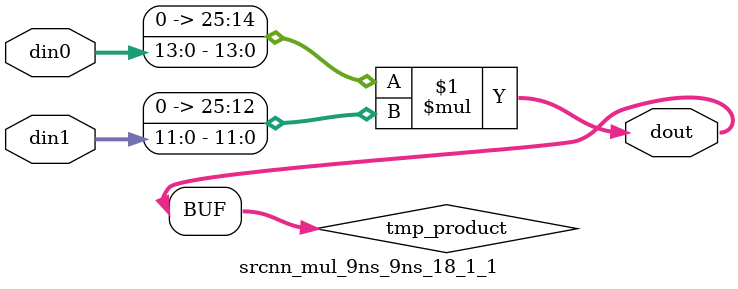
<source format=v>

`timescale 1 ns / 1 ps

  module srcnn_mul_9ns_9ns_18_1_1(din0, din1, dout);
parameter ID = 1;
parameter NUM_STAGE = 0;
parameter din0_WIDTH = 14;
parameter din1_WIDTH = 12;
parameter dout_WIDTH = 26;

input [din0_WIDTH - 1 : 0] din0; 
input [din1_WIDTH - 1 : 0] din1; 
output [dout_WIDTH - 1 : 0] dout;

wire signed [dout_WIDTH - 1 : 0] tmp_product;










assign tmp_product = $signed({1'b0, din0}) * $signed({1'b0, din1});











assign dout = tmp_product;







endmodule

</source>
